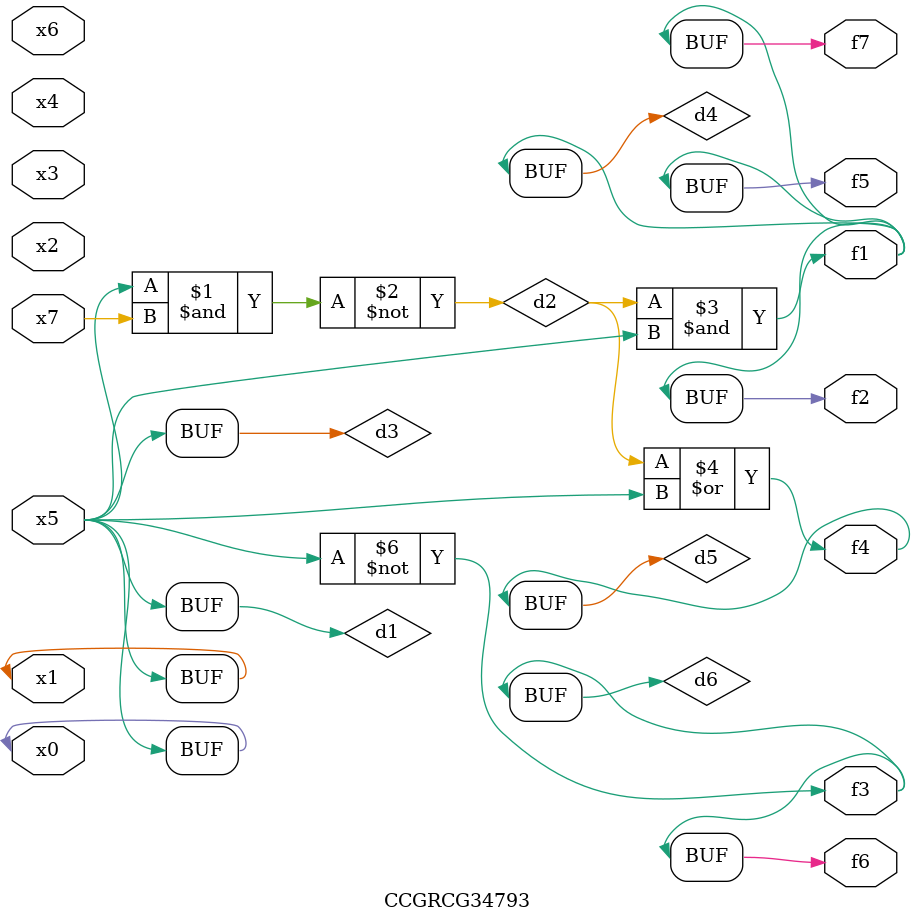
<source format=v>
module CCGRCG34793(
	input x0, x1, x2, x3, x4, x5, x6, x7,
	output f1, f2, f3, f4, f5, f6, f7
);

	wire d1, d2, d3, d4, d5, d6;

	buf (d1, x0, x5);
	nand (d2, x5, x7);
	buf (d3, x0, x1);
	and (d4, d2, d3);
	or (d5, d2, d3);
	nor (d6, d1, d3);
	assign f1 = d4;
	assign f2 = d4;
	assign f3 = d6;
	assign f4 = d5;
	assign f5 = d4;
	assign f6 = d6;
	assign f7 = d4;
endmodule

</source>
